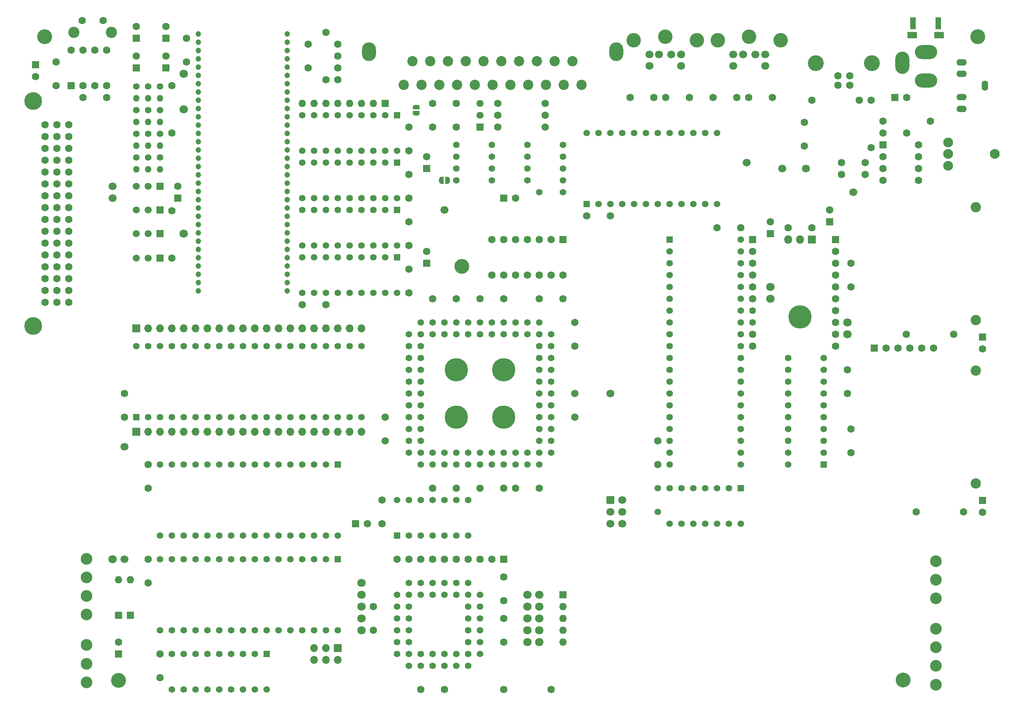
<source format=gbs>
G04 #@! TF.GenerationSoftware,KiCad,Pcbnew,5.1.10*
G04 #@! TF.CreationDate,2021-05-26T01:04:42+02:00*
G04 #@! TF.ProjectId,main,6d61696e-2e6b-4696-9361-645f70636258,rev?*
G04 #@! TF.SameCoordinates,Original*
G04 #@! TF.FileFunction,Soldermask,Bot*
G04 #@! TF.FilePolarity,Negative*
%FSLAX46Y46*%
G04 Gerber Fmt 4.6, Leading zero omitted, Abs format (unit mm)*
G04 Created by KiCad (PCBNEW 5.1.10) date 2021-05-26 01:04:42*
%MOMM*%
%LPD*%
G01*
G04 APERTURE LIST*
%ADD10C,1.422400*%
%ADD11R,1.422400X1.422400*%
%ADD12O,1.700000X1.700000*%
%ADD13R,1.700000X1.700000*%
%ADD14C,1.700000*%
%ADD15C,3.200000*%
%ADD16C,5.000000*%
%ADD17R,1.600000X1.600000*%
%ADD18C,1.600000*%
%ADD19C,3.800000*%
%ADD20C,2.100000*%
%ADD21O,1.600000X1.600000*%
%ADD22C,2.200000*%
%ADD23O,3.000000X4.000000*%
%ADD24C,3.100000*%
%ADD25C,2.500000*%
%ADD26O,1.400000X2.200000*%
%ADD27O,2.200000X1.400000*%
%ADD28C,0.100000*%
%ADD29C,2.400000*%
%ADD30C,1.200000*%
%ADD31R,1.520000X1.520000*%
%ADD32C,1.520000*%
%ADD33C,1.800000*%
%ADD34O,1.400000X1.400000*%
%ADD35C,1.400000*%
%ADD36O,1.800000X1.800000*%
%ADD37R,1.800000X1.800000*%
%ADD38C,1.442000*%
%ADD39R,2.000000X1.460000*%
%ADD40R,1.300000X2.600000*%
%ADD41O,4.800600X3.000000*%
%ADD42O,3.000000X4.800600*%
%ADD43C,3.400000*%
G04 APERTURE END LIST*
D10*
X170180000Y-124460000D03*
X154940000Y-116840000D03*
X167640000Y-124460000D03*
X157480000Y-116840000D03*
X165100000Y-124460000D03*
X160020000Y-116840000D03*
X162560000Y-124460000D03*
X162560000Y-116840000D03*
X160020000Y-124460000D03*
X165100000Y-116840000D03*
X157480000Y-124460000D03*
X167640000Y-116840000D03*
X154940000Y-124460000D03*
D11*
X170180000Y-116840000D03*
D12*
X78740000Y-153670000D03*
X78740000Y-151130000D03*
X81280000Y-153670000D03*
X81280000Y-151130000D03*
X83820000Y-153670000D03*
D13*
X83820000Y-151130000D03*
D14*
X179070000Y-48260000D03*
X194310000Y-53340000D03*
X142240000Y-96520000D03*
X171450000Y-46990000D03*
X184150000Y-48260000D03*
X106680000Y-57150000D03*
X35560000Y-52070000D03*
X38100000Y-107950000D03*
X38100000Y-132080000D03*
D15*
X21000000Y-20000000D03*
D10*
X137160000Y-40640000D03*
X165100000Y-55880000D03*
X139700000Y-40640000D03*
X162560000Y-55880000D03*
X142240000Y-40640000D03*
X160020000Y-55880000D03*
X144780000Y-40640000D03*
X157480000Y-55880000D03*
X147320000Y-40640000D03*
X154940000Y-55880000D03*
X149860000Y-40640000D03*
X152400000Y-55880000D03*
X152400000Y-40640000D03*
X149860000Y-55880000D03*
X154940000Y-40640000D03*
X147320000Y-55880000D03*
X157480000Y-40640000D03*
X144780000Y-55880000D03*
X160020000Y-40640000D03*
X142240000Y-55880000D03*
X162560000Y-40640000D03*
X139700000Y-55880000D03*
X165100000Y-40640000D03*
D11*
X137160000Y-55880000D03*
D10*
X114300000Y-83820000D03*
X114300000Y-81280000D03*
X111760000Y-81280000D03*
X111760000Y-83820000D03*
X109220000Y-81280000D03*
X109220000Y-83820000D03*
X106680000Y-81280000D03*
X106680000Y-83820000D03*
X104140000Y-81280000D03*
X104140000Y-83820000D03*
X101600000Y-81280000D03*
X99060000Y-83820000D03*
X101600000Y-83820000D03*
X99060000Y-86360000D03*
X101600000Y-86360000D03*
X99060000Y-88900000D03*
X101600000Y-88900000D03*
X99060000Y-91440000D03*
X101600000Y-91440000D03*
X99060000Y-93980000D03*
X101600000Y-93980000D03*
X99060000Y-96520000D03*
X101600000Y-96520000D03*
X99060000Y-99060000D03*
X101600000Y-99060000D03*
X99060000Y-101600000D03*
X101600000Y-101600000D03*
X99060000Y-109220000D03*
X99060000Y-104140000D03*
X101600000Y-104140000D03*
X99060000Y-106680000D03*
X101600000Y-106680000D03*
X101600000Y-111760000D03*
X101600000Y-109220000D03*
X104140000Y-111760000D03*
X104140000Y-109220000D03*
X106680000Y-111760000D03*
X106680000Y-109220000D03*
X109220000Y-111760000D03*
X109220000Y-109220000D03*
X111760000Y-111760000D03*
X111760000Y-109220000D03*
X114300000Y-111760000D03*
X114300000Y-109220000D03*
X116840000Y-111760000D03*
X116840000Y-109220000D03*
X119380000Y-111760000D03*
X119380000Y-109220000D03*
X121920000Y-111760000D03*
X121920000Y-109220000D03*
X124460000Y-111760000D03*
X124460000Y-109220000D03*
X127000000Y-111760000D03*
X129540000Y-109220000D03*
X127000000Y-109220000D03*
X129540000Y-106680000D03*
X127000000Y-106680000D03*
X129540000Y-104140000D03*
X127000000Y-104140000D03*
X129540000Y-101600000D03*
X127000000Y-101600000D03*
X129540000Y-99060000D03*
X127000000Y-99060000D03*
X129540000Y-96520000D03*
X127000000Y-96520000D03*
X129540000Y-93980000D03*
X127000000Y-93980000D03*
X129540000Y-91440000D03*
X127000000Y-91440000D03*
X129540000Y-88900000D03*
X127000000Y-88900000D03*
X129540000Y-86360000D03*
X127000000Y-86360000D03*
X129540000Y-83820000D03*
X127000000Y-81280000D03*
X127000000Y-83820000D03*
X124460000Y-81280000D03*
X124460000Y-83820000D03*
X121920000Y-81280000D03*
X121920000Y-83820000D03*
X119380000Y-81280000D03*
X119380000Y-83820000D03*
X116840000Y-81280000D03*
X116840000Y-83820000D03*
D16*
X109220000Y-101600000D03*
X119380000Y-101600000D03*
X119380000Y-91440000D03*
X109220000Y-91440000D03*
D17*
X132080000Y-63500000D03*
D18*
X116840000Y-71120000D03*
X129540000Y-63500000D03*
X119380000Y-71120000D03*
X127000000Y-63500000D03*
X121920000Y-71120000D03*
X124460000Y-63500000D03*
X124460000Y-71120000D03*
X121920000Y-63500000D03*
X127000000Y-71120000D03*
X119380000Y-63500000D03*
X129540000Y-71120000D03*
X116840000Y-63500000D03*
X132080000Y-71120000D03*
D10*
X96520000Y-74930000D03*
X76200000Y-67310000D03*
X93980000Y-74930000D03*
X78740000Y-67310000D03*
X91440000Y-74930000D03*
X81280000Y-67310000D03*
X88900000Y-74930000D03*
X83820000Y-67310000D03*
X86360000Y-74930000D03*
X86360000Y-67310000D03*
X83820000Y-74930000D03*
X88900000Y-67310000D03*
X81280000Y-74930000D03*
X91440000Y-67310000D03*
X78740000Y-74930000D03*
X93980000Y-67310000D03*
X76200000Y-74930000D03*
D11*
X96520000Y-67310000D03*
D15*
X110439200Y-69240400D03*
X205000000Y-158000000D03*
D18*
X26180000Y-77000000D03*
X26180000Y-74460000D03*
X26180000Y-71920000D03*
X26180000Y-69380000D03*
X26180000Y-66840000D03*
X26180000Y-64300000D03*
X26180000Y-61760000D03*
X26180000Y-59220000D03*
X26180000Y-56680000D03*
X26180000Y-54140000D03*
X26180000Y-51600000D03*
X26180000Y-49060000D03*
X26180000Y-46520000D03*
X26180000Y-43980000D03*
X26180000Y-41440000D03*
X26180000Y-38900000D03*
X23640000Y-77000000D03*
X23640000Y-74460000D03*
X23640000Y-71920000D03*
X23640000Y-69380000D03*
X23640000Y-66840000D03*
X23640000Y-64300000D03*
X23640000Y-61760000D03*
X23640000Y-59220000D03*
X23640000Y-56680000D03*
X23640000Y-54140000D03*
X23640000Y-51600000D03*
X23640000Y-49060000D03*
X23640000Y-46520000D03*
X23640000Y-43980000D03*
X23640000Y-41440000D03*
X23640000Y-38900000D03*
X21100000Y-77000000D03*
X21100000Y-74460000D03*
X21100000Y-71920000D03*
X21100000Y-69380000D03*
X21100000Y-66840000D03*
X21100000Y-64300000D03*
X21100000Y-61760000D03*
X21100000Y-59220000D03*
X21100000Y-56680000D03*
X21100000Y-54140000D03*
X21100000Y-51600000D03*
X21100000Y-49060000D03*
X21100000Y-46520000D03*
X21100000Y-43980000D03*
X21100000Y-41440000D03*
D19*
X18560000Y-82080000D03*
X18560000Y-33820000D03*
D18*
X21100000Y-38900000D03*
D20*
X214630000Y-42680000D03*
X214630000Y-45180000D03*
X214630000Y-47680000D03*
X224630000Y-45180000D03*
D10*
X68580000Y-160020000D03*
X48260000Y-152400000D03*
X66040000Y-160020000D03*
X50800000Y-152400000D03*
X63500000Y-160020000D03*
X53340000Y-152400000D03*
X60960000Y-160020000D03*
X55880000Y-152400000D03*
X58420000Y-160020000D03*
X58420000Y-152400000D03*
X55880000Y-160020000D03*
X60960000Y-152400000D03*
X53340000Y-160020000D03*
X63500000Y-152400000D03*
X50800000Y-160020000D03*
X66040000Y-152400000D03*
X48260000Y-160020000D03*
D11*
X68580000Y-152400000D03*
D17*
X39370000Y-144145000D03*
D21*
X39370000Y-136525000D03*
D10*
X40640000Y-86360000D03*
X88900000Y-101600000D03*
X43180000Y-86360000D03*
X86360000Y-101600000D03*
X45720000Y-86360000D03*
X83820000Y-101600000D03*
X48260000Y-86360000D03*
X81280000Y-101600000D03*
X50800000Y-86360000D03*
X78740000Y-101600000D03*
X53340000Y-86360000D03*
X76200000Y-101600000D03*
X55880000Y-86360000D03*
X73660000Y-101600000D03*
X58420000Y-86360000D03*
X71120000Y-101600000D03*
X60960000Y-86360000D03*
X68580000Y-101600000D03*
X63500000Y-86360000D03*
X66040000Y-101600000D03*
X66040000Y-86360000D03*
X63500000Y-101600000D03*
X68580000Y-86360000D03*
X60960000Y-101600000D03*
X71120000Y-86360000D03*
X58420000Y-101600000D03*
X73660000Y-86360000D03*
X55880000Y-101600000D03*
X76200000Y-86360000D03*
X53340000Y-101600000D03*
X78740000Y-86360000D03*
X50800000Y-101600000D03*
X81280000Y-86360000D03*
X48260000Y-101600000D03*
X83820000Y-86360000D03*
X45720000Y-101600000D03*
X86360000Y-86360000D03*
X43180000Y-101600000D03*
X88900000Y-86360000D03*
D11*
X40640000Y-101600000D03*
D15*
X221000000Y-20000000D03*
X36830000Y-158115000D03*
D22*
X97950000Y-30298640D03*
X99855000Y-25218640D03*
X101760000Y-30298640D03*
X103665000Y-25218640D03*
X105570000Y-30298640D03*
X107475000Y-25218640D03*
X109380000Y-30298640D03*
X111285000Y-25218640D03*
X113190000Y-30298640D03*
X115095000Y-25218640D03*
X117000000Y-30298640D03*
X118905000Y-25218640D03*
X120810000Y-30298640D03*
X122715000Y-25218640D03*
X124620000Y-30298640D03*
X126525000Y-25218640D03*
X128430000Y-30298640D03*
X130335000Y-25218640D03*
X132240000Y-30298640D03*
X134145000Y-25218640D03*
X136050000Y-30298640D03*
D23*
X90500180Y-23219660D03*
X143499820Y-23219660D03*
D18*
X132080000Y-76200000D03*
X127000000Y-76200000D03*
X38100000Y-101600000D03*
X38100000Y-96520000D03*
X43180000Y-116840000D03*
X43180000Y-111760000D03*
X43180000Y-132080000D03*
X43180000Y-137160000D03*
X93345000Y-119380000D03*
X93345000Y-124460000D03*
X23495000Y-30480000D03*
X23495000Y-25400000D03*
X29210000Y-33020000D03*
X34290000Y-33020000D03*
D17*
X19050000Y-26035000D03*
D18*
X19050000Y-28575000D03*
X114300000Y-76200000D03*
X119380000Y-76200000D03*
X134620000Y-86360000D03*
X134620000Y-81280000D03*
X134620000Y-96520000D03*
X134620000Y-101600000D03*
X114300000Y-116840000D03*
X119380000Y-116840000D03*
X127000000Y-116840000D03*
X121920000Y-116840000D03*
X109220000Y-116840000D03*
X104140000Y-116840000D03*
X93980000Y-101600000D03*
X93980000Y-106680000D03*
X109220000Y-76200000D03*
X104140000Y-76200000D03*
X83820000Y-24130000D03*
X83820000Y-21590000D03*
X83820000Y-29210000D03*
X83820000Y-26670000D03*
X99060000Y-69850000D03*
X99060000Y-74930000D03*
X99060000Y-64770000D03*
X99060000Y-59690000D03*
X99060000Y-49530000D03*
X99060000Y-54610000D03*
X99060000Y-44450000D03*
X99060000Y-39370000D03*
X49530000Y-52070000D03*
D17*
X49530000Y-54610000D03*
X102870000Y-48260000D03*
D18*
X102870000Y-45720000D03*
X102870000Y-66040000D03*
D17*
X102870000Y-68580000D03*
D18*
X40640000Y-17780000D03*
D17*
X40640000Y-20320000D03*
D18*
X51435000Y-20320000D03*
X51435000Y-25400000D03*
X81280000Y-77470000D03*
X76200000Y-77470000D03*
D17*
X46990000Y-26670000D03*
D18*
X46990000Y-24130000D03*
X193820000Y-104160000D03*
X193820000Y-109240000D03*
X193820000Y-68600000D03*
X193820000Y-73680000D03*
X193040000Y-96520000D03*
X193040000Y-91440000D03*
X183794400Y-38354000D03*
X183794400Y-43434000D03*
X191770000Y-49530000D03*
X196850000Y-49530000D03*
D17*
X87630000Y-124460000D03*
D18*
X90170000Y-124460000D03*
X191770000Y-46990000D03*
X196850000Y-46990000D03*
X146480000Y-33020000D03*
X151560000Y-33020000D03*
X154100000Y-33020000D03*
X159180000Y-33020000D03*
X164260000Y-33020000D03*
X169340000Y-33020000D03*
X171880000Y-33020000D03*
X176960000Y-33020000D03*
D10*
X152400000Y-116840000D03*
X152400000Y-121920000D03*
D18*
X170180000Y-60960000D03*
X165100000Y-60960000D03*
X142240000Y-58420000D03*
X137160000Y-58420000D03*
D10*
X127000000Y-53340000D03*
X132080000Y-53340000D03*
D18*
X121920000Y-54610000D03*
D17*
X119380000Y-54610000D03*
D18*
X104140000Y-34290000D03*
X104140000Y-39370000D03*
X109220000Y-39370000D03*
X109220000Y-34290000D03*
X205740000Y-40640000D03*
X200660000Y-40640000D03*
D17*
X203200000Y-33020000D03*
D18*
X205740000Y-33020000D03*
X222000000Y-122040000D03*
D17*
X222000000Y-119500000D03*
X222000000Y-84460000D03*
D18*
X222000000Y-87000000D03*
D21*
X36830000Y-136525000D03*
D17*
X36830000Y-144145000D03*
D22*
X220532200Y-115816848D03*
X220532200Y-91620808D03*
X220532200Y-56620808D03*
X220532200Y-80816848D03*
D14*
X152700000Y-23800000D03*
X155300000Y-23800000D03*
X150600000Y-26300000D03*
X157400000Y-26300000D03*
X150600000Y-23800000D03*
X157400000Y-23800000D03*
D24*
X160750000Y-20800000D03*
X154000000Y-20000000D03*
X147250000Y-20800000D03*
X165250000Y-20800000D03*
X172000000Y-20000000D03*
X178750000Y-20800000D03*
D14*
X175400000Y-23800000D03*
X168600000Y-23800000D03*
X175400000Y-26300000D03*
X168600000Y-26300000D03*
X173300000Y-23800000D03*
X170700000Y-23800000D03*
D25*
X30000000Y-158500000D03*
X30000000Y-154500000D03*
X30000000Y-150500000D03*
X30000000Y-144000000D03*
X30000000Y-140000000D03*
X30000000Y-136000000D03*
X30000000Y-132000000D03*
X212000000Y-159000000D03*
X212000000Y-155000000D03*
X212000000Y-151000000D03*
X212000000Y-147000000D03*
X212000000Y-140500000D03*
X212000000Y-136500000D03*
X212000000Y-132500000D03*
D26*
X222500000Y-30500000D03*
D27*
X217500000Y-33000000D03*
X217500000Y-35500000D03*
X217500000Y-28000000D03*
X217500000Y-25500000D03*
D28*
G36*
X107330000Y-50050602D02*
G01*
X107354534Y-50050602D01*
X107403365Y-50055412D01*
X107451490Y-50064984D01*
X107498445Y-50079228D01*
X107543778Y-50098005D01*
X107587051Y-50121136D01*
X107627850Y-50148396D01*
X107665779Y-50179524D01*
X107700476Y-50214221D01*
X107731604Y-50252150D01*
X107758864Y-50292949D01*
X107781995Y-50336222D01*
X107800772Y-50381555D01*
X107815016Y-50428510D01*
X107824588Y-50476635D01*
X107829398Y-50525466D01*
X107829398Y-50550000D01*
X107830000Y-50550000D01*
X107830000Y-51050000D01*
X107829398Y-51050000D01*
X107829398Y-51074534D01*
X107824588Y-51123365D01*
X107815016Y-51171490D01*
X107800772Y-51218445D01*
X107781995Y-51263778D01*
X107758864Y-51307051D01*
X107731604Y-51347850D01*
X107700476Y-51385779D01*
X107665779Y-51420476D01*
X107627850Y-51451604D01*
X107587051Y-51478864D01*
X107543778Y-51501995D01*
X107498445Y-51520772D01*
X107451490Y-51535016D01*
X107403365Y-51544588D01*
X107354534Y-51549398D01*
X107330000Y-51549398D01*
X107330000Y-51550000D01*
X106830000Y-51550000D01*
X106830000Y-50050000D01*
X107330000Y-50050000D01*
X107330000Y-50050602D01*
G37*
G36*
X106530000Y-51550000D02*
G01*
X106030000Y-51550000D01*
X106030000Y-51549398D01*
X106005466Y-51549398D01*
X105956635Y-51544588D01*
X105908510Y-51535016D01*
X105861555Y-51520772D01*
X105816222Y-51501995D01*
X105772949Y-51478864D01*
X105732150Y-51451604D01*
X105694221Y-51420476D01*
X105659524Y-51385779D01*
X105628396Y-51347850D01*
X105601136Y-51307051D01*
X105578005Y-51263778D01*
X105559228Y-51218445D01*
X105544984Y-51171490D01*
X105535412Y-51123365D01*
X105530602Y-51074534D01*
X105530602Y-51050000D01*
X105530000Y-51050000D01*
X105530000Y-50550000D01*
X105530602Y-50550000D01*
X105530602Y-50525466D01*
X105535412Y-50476635D01*
X105544984Y-50428510D01*
X105559228Y-50381555D01*
X105578005Y-50336222D01*
X105601136Y-50292949D01*
X105628396Y-50252150D01*
X105659524Y-50214221D01*
X105694221Y-50179524D01*
X105732150Y-50148396D01*
X105772949Y-50121136D01*
X105816222Y-50098005D01*
X105861555Y-50079228D01*
X105908510Y-50064984D01*
X105956635Y-50055412D01*
X106005466Y-50050602D01*
X106030000Y-50050602D01*
X106030000Y-50050000D01*
X106530000Y-50050000D01*
X106530000Y-51550000D01*
G37*
D18*
X81280000Y-19050000D03*
X81280000Y-29210000D03*
X207790000Y-121940000D03*
X217950000Y-121940000D03*
X205656400Y-83865400D03*
X215816400Y-83865400D03*
X195580000Y-33655000D03*
X185420000Y-33655000D03*
X198120000Y-43815000D03*
X198120000Y-33655000D03*
X200660000Y-38100000D03*
X210820000Y-38100000D03*
X211523800Y-86837200D03*
X208983800Y-86837200D03*
X206443800Y-86837200D03*
X203903800Y-86837200D03*
X201363800Y-86837200D03*
D17*
X198823800Y-86837200D03*
D18*
X29055060Y-16550640D03*
D29*
X27305000Y-19050000D03*
X35306000Y-19050000D03*
D18*
X33555940Y-16550640D03*
X26670000Y-22860000D03*
X34290000Y-30480000D03*
X29210000Y-22860000D03*
X31750000Y-30480000D03*
X31750000Y-22860000D03*
X29210000Y-30480000D03*
X34290000Y-22860000D03*
D17*
X26670000Y-30480000D03*
D10*
X96520000Y-119380000D03*
X111760000Y-127000000D03*
X99060000Y-119380000D03*
X109220000Y-127000000D03*
X101600000Y-119380000D03*
X106680000Y-127000000D03*
X104140000Y-119380000D03*
X104140000Y-127000000D03*
X106680000Y-119380000D03*
X101600000Y-127000000D03*
X109220000Y-119380000D03*
X99060000Y-127000000D03*
X111760000Y-119380000D03*
D11*
X96520000Y-127000000D03*
X83820000Y-111760000D03*
D10*
X55880000Y-127000000D03*
X81280000Y-111760000D03*
X58420000Y-127000000D03*
X78740000Y-111760000D03*
X60960000Y-127000000D03*
X76200000Y-111760000D03*
X63500000Y-127000000D03*
X73660000Y-111760000D03*
X66040000Y-127000000D03*
X71120000Y-111760000D03*
X68580000Y-127000000D03*
X68580000Y-111760000D03*
X71120000Y-127000000D03*
X66040000Y-111760000D03*
X73660000Y-127000000D03*
X63500000Y-111760000D03*
X76200000Y-127000000D03*
X60960000Y-111760000D03*
X78740000Y-127000000D03*
X58420000Y-111760000D03*
X81280000Y-127000000D03*
X55880000Y-111760000D03*
X83820000Y-127000000D03*
X53340000Y-111760000D03*
X50800000Y-111760000D03*
X48260000Y-111760000D03*
X45720000Y-111760000D03*
X45720000Y-127000000D03*
X48260000Y-127000000D03*
X50800000Y-127000000D03*
X53340000Y-127000000D03*
D11*
X96520000Y-46990000D03*
D10*
X76200000Y-54610000D03*
X93980000Y-46990000D03*
X78740000Y-54610000D03*
X91440000Y-46990000D03*
X81280000Y-54610000D03*
X88900000Y-46990000D03*
X83820000Y-54610000D03*
X86360000Y-46990000D03*
X86360000Y-54610000D03*
X83820000Y-46990000D03*
X88900000Y-54610000D03*
X81280000Y-46990000D03*
X91440000Y-54610000D03*
X78740000Y-46990000D03*
X93980000Y-54610000D03*
X76200000Y-46990000D03*
X96520000Y-54610000D03*
X96520000Y-64770000D03*
X76200000Y-57150000D03*
X93980000Y-64770000D03*
X78740000Y-57150000D03*
X91440000Y-64770000D03*
X81280000Y-57150000D03*
X88900000Y-64770000D03*
X83820000Y-57150000D03*
X86360000Y-64770000D03*
X86360000Y-57150000D03*
X83820000Y-64770000D03*
X88900000Y-57150000D03*
X81280000Y-64770000D03*
X91440000Y-57150000D03*
X78740000Y-64770000D03*
X93980000Y-57150000D03*
X76200000Y-64770000D03*
D11*
X96520000Y-57150000D03*
X96520000Y-36830000D03*
D10*
X76200000Y-44450000D03*
X93980000Y-36830000D03*
X78740000Y-44450000D03*
X91440000Y-36830000D03*
X81280000Y-44450000D03*
X88900000Y-36830000D03*
X83820000Y-44450000D03*
X86360000Y-36830000D03*
X86360000Y-44450000D03*
X83820000Y-36830000D03*
X88900000Y-44450000D03*
X81280000Y-36830000D03*
X91440000Y-44450000D03*
X78740000Y-36830000D03*
X93980000Y-44450000D03*
X76200000Y-36830000D03*
X96520000Y-44450000D03*
D30*
X53975000Y-19431000D03*
X53975000Y-21209000D03*
X53975000Y-22987000D03*
X53975000Y-24765000D03*
X53975000Y-26543000D03*
X53975000Y-28321000D03*
X53975000Y-30099000D03*
X53975000Y-31877000D03*
X53975000Y-33655000D03*
X53975000Y-35433000D03*
X53975000Y-37211000D03*
X53975000Y-38989000D03*
X53975000Y-40767000D03*
X53975000Y-42545000D03*
X53975000Y-44323000D03*
X53975000Y-46101000D03*
X53975000Y-47879000D03*
X53975000Y-49657000D03*
X53975000Y-51435000D03*
X53975000Y-53213000D03*
X53975000Y-54991000D03*
X53975000Y-56769000D03*
X53975000Y-58547000D03*
X53975000Y-60325000D03*
X53975000Y-62103000D03*
X53975000Y-63881000D03*
X53975000Y-65659000D03*
X53975000Y-67437000D03*
X53975000Y-69215000D03*
X53975000Y-70993000D03*
X53975000Y-72771000D03*
X53975000Y-74549000D03*
X73025000Y-19431000D03*
X73025000Y-21209000D03*
X73025000Y-22987000D03*
X73025000Y-24765000D03*
X73025000Y-26543000D03*
X73025000Y-28321000D03*
X73025000Y-30099000D03*
X73025000Y-31877000D03*
X73025000Y-33655000D03*
X73025000Y-35433000D03*
X73025000Y-37211000D03*
X73025000Y-38989000D03*
X73025000Y-40767000D03*
X73025000Y-42545000D03*
X73025000Y-44323000D03*
X73025000Y-46101000D03*
X73025000Y-47879000D03*
X73025000Y-49657000D03*
X73025000Y-51435000D03*
X73025000Y-53213000D03*
X73025000Y-54991000D03*
X73025000Y-56769000D03*
X73025000Y-58547000D03*
X73025000Y-60325000D03*
X73025000Y-62103000D03*
X73025000Y-63881000D03*
X73025000Y-65659000D03*
X73025000Y-67437000D03*
X73025000Y-69215000D03*
X73025000Y-70993000D03*
X73025000Y-72771000D03*
X73025000Y-74549000D03*
D10*
X180340000Y-111760000D03*
X187960000Y-88900000D03*
X180340000Y-109220000D03*
X187960000Y-91440000D03*
X180340000Y-106680000D03*
X187960000Y-93980000D03*
X180340000Y-104140000D03*
X187960000Y-96520000D03*
X180340000Y-101600000D03*
X187960000Y-99060000D03*
X180340000Y-99060000D03*
X187960000Y-101600000D03*
X180340000Y-96520000D03*
X187960000Y-104140000D03*
X180340000Y-93980000D03*
X187960000Y-106680000D03*
X180340000Y-91440000D03*
X187960000Y-109220000D03*
X180340000Y-88900000D03*
D11*
X187960000Y-111760000D03*
D10*
X170180000Y-63500000D03*
X154940000Y-111760000D03*
X170180000Y-66040000D03*
X154940000Y-109220000D03*
X170180000Y-68580000D03*
X154940000Y-106680000D03*
X170180000Y-71120000D03*
X154940000Y-104140000D03*
X170180000Y-73660000D03*
X154940000Y-101600000D03*
X170180000Y-76200000D03*
X154940000Y-99060000D03*
X170180000Y-78740000D03*
X154940000Y-96520000D03*
X170180000Y-81280000D03*
X154940000Y-93980000D03*
X170180000Y-83820000D03*
X154940000Y-91440000D03*
X170180000Y-86360000D03*
X154940000Y-88900000D03*
X170180000Y-88900000D03*
X154940000Y-86360000D03*
X170180000Y-91440000D03*
X154940000Y-83820000D03*
X170180000Y-93980000D03*
X154940000Y-81280000D03*
X170180000Y-96520000D03*
X154940000Y-78740000D03*
X170180000Y-99060000D03*
X154940000Y-76200000D03*
X170180000Y-101600000D03*
X154940000Y-73660000D03*
X170180000Y-104140000D03*
X154940000Y-71120000D03*
X170180000Y-106680000D03*
X154940000Y-68580000D03*
X170180000Y-109220000D03*
X154940000Y-66040000D03*
X170180000Y-111760000D03*
D11*
X154940000Y-63500000D03*
D10*
X109220000Y-50800000D03*
X116840000Y-43180000D03*
X109220000Y-48260000D03*
X116840000Y-45720000D03*
X109220000Y-45720000D03*
X116840000Y-48260000D03*
X109220000Y-43180000D03*
X116840000Y-50800000D03*
X132080000Y-50800000D03*
X124460000Y-43180000D03*
X132080000Y-48260000D03*
X124460000Y-45720000D03*
X132080000Y-45720000D03*
X124460000Y-48260000D03*
X132080000Y-43180000D03*
X124460000Y-50800000D03*
D17*
X200660000Y-43180000D03*
D18*
X208280000Y-50800000D03*
X200660000Y-45720000D03*
X208280000Y-48260000D03*
X200660000Y-48260000D03*
X208280000Y-45720000D03*
X200660000Y-50800000D03*
X208280000Y-43180000D03*
X77470000Y-26670000D03*
X77470000Y-21590000D03*
D10*
X53340000Y-147320000D03*
X50800000Y-147320000D03*
X48260000Y-147320000D03*
X45720000Y-147320000D03*
X45720000Y-132080000D03*
X48260000Y-132080000D03*
X50800000Y-132080000D03*
X53340000Y-132080000D03*
X83820000Y-147320000D03*
X55880000Y-132080000D03*
X81280000Y-147320000D03*
X58420000Y-132080000D03*
X78740000Y-147320000D03*
X60960000Y-132080000D03*
X76200000Y-147320000D03*
X63500000Y-132080000D03*
X73660000Y-147320000D03*
X66040000Y-132080000D03*
X71120000Y-147320000D03*
X68580000Y-132080000D03*
X68580000Y-147320000D03*
X71120000Y-132080000D03*
X66040000Y-147320000D03*
X73660000Y-132080000D03*
X63500000Y-147320000D03*
X76200000Y-132080000D03*
X60960000Y-147320000D03*
X78740000Y-132080000D03*
X58420000Y-147320000D03*
X81280000Y-132080000D03*
X55880000Y-147320000D03*
D11*
X83820000Y-132080000D03*
D17*
X93980000Y-34290000D03*
D21*
X91440000Y-34290000D03*
X88900000Y-34290000D03*
X86360000Y-34290000D03*
X83820000Y-34290000D03*
X81280000Y-34290000D03*
X78740000Y-34290000D03*
X76200000Y-34290000D03*
D18*
X190500000Y-86360000D03*
X190500000Y-83820000D03*
X190500000Y-81280000D03*
X190500000Y-78740000D03*
X190500000Y-76200000D03*
X190500000Y-73660000D03*
X190500000Y-71120000D03*
X190500000Y-68580000D03*
X190500000Y-66040000D03*
D17*
X190500000Y-63500000D03*
X40640000Y-26670000D03*
D18*
X40640000Y-24130000D03*
X46990000Y-17780000D03*
D17*
X46990000Y-20320000D03*
D31*
X45720000Y-62230000D03*
D32*
X40640000Y-62230000D03*
X43180000Y-62230000D03*
X43180000Y-67470000D03*
X40640000Y-67470000D03*
D31*
X45720000Y-67470000D03*
D32*
X43180000Y-57150000D03*
X40640000Y-57150000D03*
D31*
X45720000Y-57150000D03*
X45720000Y-52070000D03*
D32*
X40640000Y-52070000D03*
X43180000Y-52070000D03*
D17*
X36830000Y-152400000D03*
D18*
X36830000Y-149860000D03*
X45720000Y-157480000D03*
X45720000Y-152400000D03*
X96520000Y-132080000D03*
X99060000Y-132080000D03*
X101600000Y-132080000D03*
X104140000Y-132080000D03*
X106680000Y-132080000D03*
X109220000Y-132080000D03*
X111760000Y-132080000D03*
X114300000Y-132080000D03*
X116840000Y-132080000D03*
D17*
X119380000Y-132080000D03*
D18*
X101600000Y-160020000D03*
X106680000Y-160020000D03*
X91440000Y-147320000D03*
X91440000Y-142240000D03*
X119380000Y-135890000D03*
X119380000Y-140970000D03*
X119380000Y-144780000D03*
X119380000Y-149860000D03*
D33*
X127000000Y-139700000D03*
X124460000Y-139700000D03*
X124460000Y-142240000D03*
X127000000Y-142240000D03*
X127000000Y-149860000D03*
X124460000Y-149860000D03*
X127000000Y-147320000D03*
X124460000Y-147320000D03*
X127000000Y-144780000D03*
X124460000Y-144780000D03*
D34*
X40640000Y-38260000D03*
D35*
X40640000Y-35720000D03*
X45720000Y-45880000D03*
D34*
X45720000Y-48420000D03*
X43180000Y-48420000D03*
D35*
X43180000Y-45880000D03*
X40640000Y-45880000D03*
D34*
X40640000Y-48420000D03*
X45720000Y-38260000D03*
D35*
X45720000Y-35720000D03*
D34*
X45720000Y-43340000D03*
D35*
X45720000Y-40800000D03*
X43180000Y-40800000D03*
D34*
X43180000Y-43340000D03*
X43180000Y-38260000D03*
D35*
X43180000Y-35720000D03*
X40640000Y-40800000D03*
D34*
X40640000Y-43340000D03*
X45720000Y-33180000D03*
D35*
X45720000Y-30640000D03*
X43180000Y-30640000D03*
D34*
X43180000Y-33180000D03*
X40640000Y-33180000D03*
D35*
X40640000Y-30640000D03*
D17*
X189230000Y-59690000D03*
D18*
X189230000Y-57150000D03*
X185420000Y-60960000D03*
X180340000Y-60960000D03*
D17*
X176530000Y-62230000D03*
D18*
X176530000Y-59690000D03*
D36*
X180340000Y-63500000D03*
X182880000Y-63500000D03*
D37*
X185420000Y-63500000D03*
D16*
X182880000Y-80160000D03*
D18*
X152400000Y-106680000D03*
X152400000Y-111760000D03*
X172720000Y-86360000D03*
X172720000Y-83820000D03*
D38*
X172720000Y-81280000D03*
X172720000Y-78740000D03*
D18*
X172720000Y-76200000D03*
X172720000Y-73660000D03*
X172720000Y-71120000D03*
X172720000Y-68580000D03*
X172720000Y-66040000D03*
D17*
X172720000Y-63500000D03*
D18*
X48260000Y-30480000D03*
X48260000Y-40640000D03*
D12*
X88900000Y-104775000D03*
X86360000Y-104775000D03*
X83820000Y-104775000D03*
X81280000Y-104775000D03*
X78740000Y-104775000D03*
X76200000Y-104775000D03*
X73660000Y-104775000D03*
X71120000Y-104775000D03*
X68580000Y-104775000D03*
X66040000Y-104775000D03*
X63500000Y-104775000D03*
X60960000Y-104775000D03*
X58420000Y-104775000D03*
X55880000Y-104775000D03*
X53340000Y-104775000D03*
X50800000Y-104775000D03*
X48260000Y-104775000D03*
X45720000Y-104775000D03*
X43180000Y-104775000D03*
D13*
X40640000Y-104775000D03*
X40640000Y-82550000D03*
D12*
X43180000Y-82550000D03*
X45720000Y-82550000D03*
X48260000Y-82550000D03*
X50800000Y-82550000D03*
X53340000Y-82550000D03*
X55880000Y-82550000D03*
X58420000Y-82550000D03*
X60960000Y-82550000D03*
X63500000Y-82550000D03*
X66040000Y-82550000D03*
X68580000Y-82550000D03*
X71120000Y-82550000D03*
X73660000Y-82550000D03*
X76200000Y-82550000D03*
X78740000Y-82550000D03*
X81280000Y-82550000D03*
X83820000Y-82550000D03*
X86360000Y-82550000D03*
X88900000Y-82550000D03*
D33*
X88900000Y-147320000D03*
X88900000Y-144780000D03*
X88900000Y-142240000D03*
X88900000Y-139700000D03*
X88900000Y-137160000D03*
X50800000Y-35560000D03*
X50800000Y-27940000D03*
X176530000Y-73660000D03*
X176530000Y-76200000D03*
X50800000Y-62230000D03*
X193040000Y-83820000D03*
X193040000Y-81280000D03*
X35560000Y-132080000D03*
D10*
X114300000Y-139700000D03*
X114300000Y-142240000D03*
X114300000Y-144780000D03*
X114300000Y-147320000D03*
X114300000Y-149860000D03*
X114300000Y-152400000D03*
X111760000Y-137160000D03*
X111760000Y-142240000D03*
X111760000Y-144780000D03*
X111760000Y-147320000D03*
X111760000Y-149860000D03*
X111760000Y-154940000D03*
X109220000Y-154940000D03*
X106680000Y-154940000D03*
X104140000Y-154940000D03*
X101600000Y-154940000D03*
X99060000Y-154940000D03*
X111760000Y-152400000D03*
X109220000Y-152400000D03*
X106680000Y-152400000D03*
X104140000Y-152400000D03*
X101600000Y-152400000D03*
X99060000Y-152400000D03*
X96520000Y-152400000D03*
X96520000Y-149860000D03*
X96520000Y-147320000D03*
X96520000Y-144780000D03*
X96520000Y-142240000D03*
X96520000Y-139700000D03*
X99060000Y-149860000D03*
X99060000Y-147320000D03*
X99060000Y-144780000D03*
X99060000Y-142240000D03*
X99060000Y-139700000D03*
X111760000Y-137160000D03*
X109220000Y-137160000D03*
X106680000Y-137160000D03*
X99060000Y-137160000D03*
X101600000Y-137160000D03*
X104140000Y-137160000D03*
X114300000Y-139700000D03*
X111760000Y-139700000D03*
X109220000Y-139700000D03*
X101600000Y-139700000D03*
X104140000Y-139700000D03*
X106680000Y-139700000D03*
D32*
X114300000Y-36830000D03*
X114300000Y-34290000D03*
D31*
X114300000Y-39370000D03*
D18*
X128270000Y-36830000D03*
X118110000Y-36830000D03*
X128270000Y-39370000D03*
X118110000Y-39370000D03*
X128270000Y-34290000D03*
X118110000Y-34290000D03*
D28*
G36*
X99885402Y-35113200D02*
G01*
X99885402Y-35088666D01*
X99890212Y-35039835D01*
X99899784Y-34991710D01*
X99914028Y-34944755D01*
X99932805Y-34899422D01*
X99955936Y-34856149D01*
X99983196Y-34815350D01*
X100014324Y-34777421D01*
X100049021Y-34742724D01*
X100086950Y-34711596D01*
X100127749Y-34684336D01*
X100171022Y-34661205D01*
X100216355Y-34642428D01*
X100263310Y-34628184D01*
X100311435Y-34618612D01*
X100360266Y-34613802D01*
X100384800Y-34613802D01*
X100384800Y-34613200D01*
X100884800Y-34613200D01*
X100884800Y-34613802D01*
X100909334Y-34613802D01*
X100958165Y-34618612D01*
X101006290Y-34628184D01*
X101053245Y-34642428D01*
X101098578Y-34661205D01*
X101141851Y-34684336D01*
X101182650Y-34711596D01*
X101220579Y-34742724D01*
X101255276Y-34777421D01*
X101286404Y-34815350D01*
X101313664Y-34856149D01*
X101336795Y-34899422D01*
X101355572Y-34944755D01*
X101369816Y-34991710D01*
X101379388Y-35039835D01*
X101384198Y-35088666D01*
X101384198Y-35113200D01*
X101384800Y-35113200D01*
X101384800Y-35613200D01*
X99884800Y-35613200D01*
X99884800Y-35113200D01*
X99885402Y-35113200D01*
G37*
G36*
X101384800Y-35913200D02*
G01*
X101384800Y-36413200D01*
X101384198Y-36413200D01*
X101384198Y-36437734D01*
X101379388Y-36486565D01*
X101369816Y-36534690D01*
X101355572Y-36581645D01*
X101336795Y-36626978D01*
X101313664Y-36670251D01*
X101286404Y-36711050D01*
X101255276Y-36748979D01*
X101220579Y-36783676D01*
X101182650Y-36814804D01*
X101141851Y-36842064D01*
X101098578Y-36865195D01*
X101053245Y-36883972D01*
X101006290Y-36898216D01*
X100958165Y-36907788D01*
X100909334Y-36912598D01*
X100884800Y-36912598D01*
X100884800Y-36913200D01*
X100384800Y-36913200D01*
X100384800Y-36912598D01*
X100360266Y-36912598D01*
X100311435Y-36907788D01*
X100263310Y-36898216D01*
X100216355Y-36883972D01*
X100171022Y-36865195D01*
X100127749Y-36842064D01*
X100086950Y-36814804D01*
X100049021Y-36783676D01*
X100014324Y-36748979D01*
X99983196Y-36711050D01*
X99955936Y-36670251D01*
X99932805Y-36626978D01*
X99914028Y-36581645D01*
X99899784Y-36534690D01*
X99890212Y-36486565D01*
X99885402Y-36437734D01*
X99885402Y-36413200D01*
X99884800Y-36413200D01*
X99884800Y-35913200D01*
X101384800Y-35913200D01*
G37*
D18*
X119380000Y-160020000D03*
X129540000Y-160020000D03*
X48260000Y-67470000D03*
X48260000Y-57310000D03*
D39*
X212719000Y-19661600D03*
X206919000Y-19661600D03*
D40*
X212544000Y-17111600D03*
X207094000Y-17111600D03*
D41*
X209854800Y-23317200D03*
X209854800Y-29413200D03*
D42*
X204774800Y-25603200D03*
D18*
X193540000Y-30400000D03*
X191000000Y-30400000D03*
X191000000Y-28401020D03*
X193540000Y-28401020D03*
D43*
X198269480Y-25701000D03*
X186270520Y-25701000D03*
D14*
X35560000Y-54610000D03*
D17*
X132080000Y-139700000D03*
D21*
X132080000Y-142240000D03*
X132080000Y-144780000D03*
X132080000Y-147320000D03*
X132080000Y-149860000D03*
G36*
G01*
X141390000Y-119980000D02*
X141390000Y-118780000D01*
G75*
G02*
X141640000Y-118530000I250000J0D01*
G01*
X142840000Y-118530000D01*
G75*
G02*
X143090000Y-118780000I0J-250000D01*
G01*
X143090000Y-119980000D01*
G75*
G02*
X142840000Y-120230000I-250000J0D01*
G01*
X141640000Y-120230000D01*
G75*
G02*
X141390000Y-119980000I0J250000D01*
G01*
G37*
D14*
X142240000Y-121920000D03*
X142240000Y-124460000D03*
X144780000Y-119380000D03*
X144780000Y-121920000D03*
X144780000Y-124460000D03*
M02*

</source>
